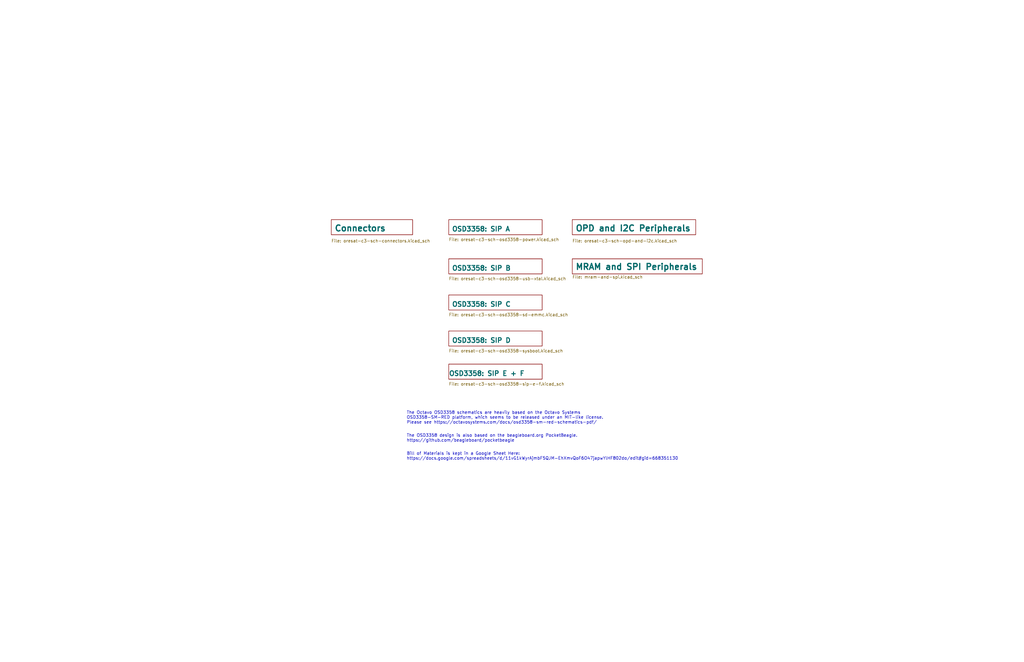
<source format=kicad_sch>
(kicad_sch
	(version 20231120)
	(generator "eeschema")
	(generator_version "8.0")
	(uuid "65d12cdd-c326-4033-9053-c59fa4e0b25e")
	(paper "USLedger")
	(title_block
		(title "OreSat C3 Root Schematic")
		(date "2023-05-29")
		(rev "6.1")
	)
	(lib_symbols)
	(text "Bill of Materials is kept in a Google Sheet Here:\nhttps://docs.google.com/spreadsheets/d/11vG1kWyrAjmbF5QJM-EhXmvQoF6O47japwYlHF802do/edit#gid=668351130"
		(exclude_from_sim no)
		(at 171.45 194.31 0)
		(effects
			(font
				(size 1.27 1.27)
			)
			(justify left bottom)
		)
		(uuid "04e2d174-7b67-4e98-9fe1-d2e452601549")
	)
	(text "The Octavo OSD3358 schematics are heavily based on the Octavo Systems \nOSD3358-SM-RED platform, which seems to be released under an MIT-like license.\nPlease see https://octavosystems.com/docs/osd3358-sm-red-schematics-pdf/\n"
		(exclude_from_sim no)
		(at 171.45 179.07 0)
		(effects
			(font
				(size 1.27 1.27)
			)
			(justify left bottom)
		)
		(uuid "07e9a7b2-4b9f-4140-9bf9-356dc9041c54")
	)
	(text "The OSD3358 design is also based on the beagleboard.org PocketBeagle.\nhttps://github.com/beagleboard/pocketbeagle"
		(exclude_from_sim no)
		(at 171.45 186.69 0)
		(effects
			(font
				(size 1.27 1.27)
			)
			(justify left bottom)
		)
		(uuid "c738aff9-35f4-4fc8-b5c5-bf5ba463c84e")
	)
	(sheet
		(at 189.23 92.71)
		(size 39.37 6.35)
		(stroke
			(width 0.1524)
			(type solid)
		)
		(fill
			(color 0 0 0 0.0000)
		)
		(uuid "0c1da208-2d1c-4d05-9cc7-59584e50a6ac")
		(property "Sheetname" "OSD3358: SIP A"
			(at 190.5 97.79 0)
			(effects
				(font
					(size 2 2)
					(bold yes)
				)
				(justify left bottom)
			)
		)
		(property "Sheetfile" "oresat-c3-sch-osd3358-power.kicad_sch"
			(at 189.23 100.33 0)
			(effects
				(font
					(size 1.27 1.27)
				)
				(justify left top)
			)
		)
		(instances
			(project "oresat-c3"
				(path "/65d12cdd-c326-4033-9053-c59fa4e0b25e"
					(page "3")
				)
			)
		)
	)
	(sheet
		(at 189.23 139.7)
		(size 39.37 6.35)
		(stroke
			(width 0.1524)
			(type solid)
		)
		(fill
			(color 0 0 0 0.0000)
		)
		(uuid "0c732c1e-ab0d-41ac-9d77-9d7763333b6f")
		(property "Sheetname" "OSD3358: SIP D"
			(at 190.5 144.78 0)
			(effects
				(font
					(size 2 2)
					(bold yes)
				)
				(justify left bottom)
			)
		)
		(property "Sheetfile" "oresat-c3-sch-osd3358-sysboot.kicad_sch"
			(at 189.23 147.32 0)
			(effects
				(font
					(size 1.27 1.27)
				)
				(justify left top)
			)
		)
		(instances
			(project "oresat-c3"
				(path "/65d12cdd-c326-4033-9053-c59fa4e0b25e"
					(page "6")
				)
			)
		)
	)
	(sheet
		(at 189.23 109.22)
		(size 39.37 6.35)
		(stroke
			(width 0.1524)
			(type solid)
		)
		(fill
			(color 0 0 0 0.0000)
		)
		(uuid "0d3a1fa4-c9ee-4335-9068-a81ae0178f3f")
		(property "Sheetname" "OSD3358: SIP B"
			(at 190.5 114.3 0)
			(effects
				(font
					(size 2 2)
					(bold yes)
				)
				(justify left bottom)
			)
		)
		(property "Sheetfile" "oresat-c3-sch-osd3358-usb-xtal.kicad_sch"
			(at 189.23 116.84 0)
			(effects
				(font
					(size 1.27 1.27)
				)
				(justify left top)
			)
		)
		(instances
			(project "oresat-c3"
				(path "/65d12cdd-c326-4033-9053-c59fa4e0b25e"
					(page "4")
				)
			)
		)
	)
	(sheet
		(at 241.3 109.22)
		(size 54.864 6.35)
		(stroke
			(width 0.1524)
			(type solid)
		)
		(fill
			(color 0 0 0 0.0000)
		)
		(uuid "34cfbc26-5d78-4591-9d1f-0b27f2515f88")
		(property "Sheetname" "MRAM and SPI Peripherals"
			(at 242.57 114.046 0)
			(effects
				(font
					(size 2.54 2.54)
					(thickness 0.508)
					(bold yes)
				)
				(justify left bottom)
			)
		)
		(property "Sheetfile" "mram-and-spi.kicad_sch"
			(at 241.3 116.1546 0)
			(effects
				(font
					(size 1.27 1.27)
				)
				(justify left top)
			)
		)
		(instances
			(project "oresat-c3"
				(path "/65d12cdd-c326-4033-9053-c59fa4e0b25e"
					(page "9")
				)
			)
		)
	)
	(sheet
		(at 241.3 92.71)
		(size 52.07 6.35)
		(stroke
			(width 0.1524)
			(type solid)
		)
		(fill
			(color 0 0 0 0.0000)
		)
		(uuid "80f02433-745c-4401-b985-fcfd89ff5669")
		(property "Sheetname" "OPD and I2C Peripherals"
			(at 242.57 97.79 0)
			(effects
				(font
					(size 2.54 2.54)
					(bold yes)
				)
				(justify left bottom)
			)
		)
		(property "Sheetfile" "oresat-c3-sch-opd-and-i2c.kicad_sch"
			(at 241.3 100.9146 0)
			(effects
				(font
					(size 1.27 1.27)
				)
				(justify left top)
			)
		)
		(instances
			(project "oresat-c3"
				(path "/65d12cdd-c326-4033-9053-c59fa4e0b25e"
					(page "11")
				)
			)
		)
	)
	(sheet
		(at 139.7 92.71)
		(size 34.29 6.35)
		(stroke
			(width 0.1524)
			(type solid)
		)
		(fill
			(color 0 0 0 0.0000)
		)
		(uuid "b9a61b98-fba0-4063-a603-e7fc9d7070a0")
		(property "Sheetname" "Connectors"
			(at 140.97 97.79 0)
			(effects
				(font
					(size 2.54 2.54)
					(bold yes)
				)
				(justify left bottom)
			)
		)
		(property "Sheetfile" "oresat-c3-sch-connectors.kicad_sch"
			(at 139.7 100.9146 0)
			(effects
				(font
					(size 1.27 1.27)
				)
				(justify left top)
			)
		)
		(instances
			(project "oresat-c3"
				(path "/65d12cdd-c326-4033-9053-c59fa4e0b25e"
					(page "1")
				)
			)
		)
	)
	(sheet
		(at 189.23 153.67)
		(size 39.37 6.35)
		(stroke
			(width 0.1524)
			(type solid)
		)
		(fill
			(color 0 0 0 0.0000)
		)
		(uuid "ce2d6150-524f-4c6f-aba3-da83a5df548c")
		(property "Sheetname" "OSD3358: SIP E + F"
			(at 189.23 158.75 0)
			(effects
				(font
					(size 2 2)
					(bold yes)
				)
				(justify left bottom)
			)
		)
		(property "Sheetfile" "oresat-c3-sch-osd3358-sip-e-f.kicad_sch"
			(at 189.23 161.29 0)
			(effects
				(font
					(size 1.27 1.27)
				)
				(justify left top)
			)
		)
		(property "Field2" ""
			(at 189.23 153.67 0)
			(effects
				(font
					(size 1.27 1.27)
				)
				(hide yes)
			)
		)
		(instances
			(project "oresat-c3"
				(path "/65d12cdd-c326-4033-9053-c59fa4e0b25e"
					(page "7")
				)
			)
		)
	)
	(sheet
		(at 189.23 124.46)
		(size 39.37 6.35)
		(stroke
			(width 0.1524)
			(type solid)
		)
		(fill
			(color 0 0 0 0.0000)
		)
		(uuid "f3d147ad-4cea-4d77-ae60-95882b03454e")
		(property "Sheetname" "OSD3358: SIP C"
			(at 190.5 129.54 0)
			(effects
				(font
					(size 2 2)
					(bold yes)
				)
				(justify left bottom)
			)
		)
		(property "Sheetfile" "oresat-c3-sch-osd3358-sd-emmc.kicad_sch"
			(at 189.23 132.08 0)
			(effects
				(font
					(size 1.27 1.27)
				)
				(justify left top)
			)
		)
		(instances
			(project "oresat-c3"
				(path "/65d12cdd-c326-4033-9053-c59fa4e0b25e"
					(page "5")
				)
			)
		)
	)
	(sheet_instances
		(path "/"
			(page "#")
		)
	)
)

</source>
